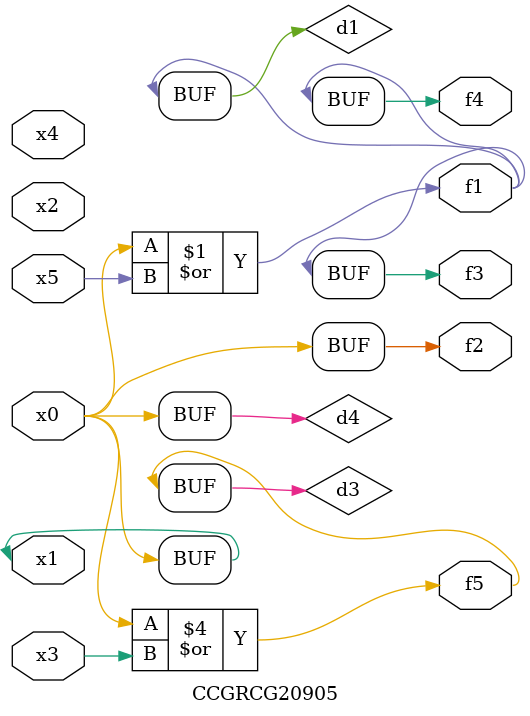
<source format=v>
module CCGRCG20905(
	input x0, x1, x2, x3, x4, x5,
	output f1, f2, f3, f4, f5
);

	wire d1, d2, d3, d4;

	or (d1, x0, x5);
	xnor (d2, x1, x4);
	or (d3, x0, x3);
	buf (d4, x0, x1);
	assign f1 = d1;
	assign f2 = d4;
	assign f3 = d1;
	assign f4 = d1;
	assign f5 = d3;
endmodule

</source>
